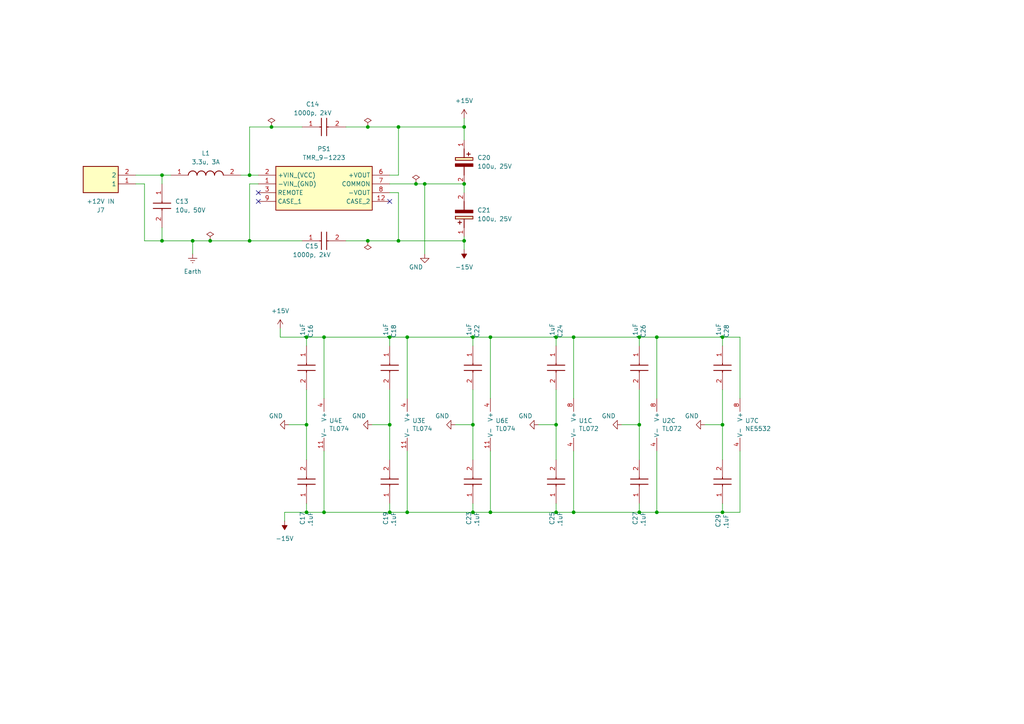
<source format=kicad_sch>
(kicad_sch (version 20250114) (generator "eeschema") (generator_version "9.0")
  (paper "A4")
  (lib_symbols
    (symbol "Amplifier_Operational:NE5532" (pin_names (offset 0.127))
      (property "Reference" "U" (at 0 5.08 0))
      (property "Value" "Amplifier_Operational_NE5532" (at 0 -5.08 0))
      (symbol "NE5532_1_1"
        (polyline (pts (xy -5.08 5.08) (xy 5.08 0) (xy -5.08 -5.08) (xy -5.08 5.08)) (stroke (width 0.254)) (fill (type background)))
        (pin input line (at -7.62 2.54 0) (length 2.54) (name "+") (number "3"))
        (pin input line (at -7.62 -2.54 0) (length 2.54) (name "-") (number "2"))
        (pin output line (at 7.62 0 180) (length 2.54) (name "~") (number "1"))
      )
      (symbol "NE5532_2_1"
        (polyline (pts (xy -5.08 5.08) (xy 5.08 0) (xy -5.08 -5.08) (xy -5.08 5.08)) (stroke (width 0.254)) (fill (type background)))
        (pin input line (at -7.62 2.54 0) (length 2.54) (name "+") (number "5"))
        (pin input line (at -7.62 -2.54 0) (length 2.54) (name "-") (number "6"))
        (pin output line (at 7.62 0 180) (length 2.54) (name "~") (number "7"))
      )
      (symbol "NE5532_3_1"
        (pin power_in line (at -2.54 7.62 270) (length 3.81) (name "V+") (number "8"))
        (pin power_in line (at -2.54 -7.62 90) (length 3.81) (name "V-") (number "4"))
      )
    )
    (symbol "Amplifier_Operational:TL072" (pin_names (offset 0.127))
      (property "Reference" "U" (at 0 5.08 0))
      (property "Value" "Amplifier_Operational_TL072" (at 0 -5.08 0))
      (symbol "TL072_1_1"
        (polyline (pts (xy -5.08 5.08) (xy 5.08 0) (xy -5.08 -5.08) (xy -5.08 5.08)) (stroke (width 0.254)) (fill (type background)))
        (pin input line (at -7.62 2.54 0) (length 2.54) (name "+") (number "3"))
        (pin input line (at -7.62 -2.54 0) (length 2.54) (name "-") (number "2"))
        (pin output line (at 7.62 0 180) (length 2.54) (name "~") (number "1"))
      )
      (symbol "TL072_2_1"
        (polyline (pts (xy -5.08 5.08) (xy 5.08 0) (xy -5.08 -5.08) (xy -5.08 5.08)) (stroke (width 0.254)) (fill (type background)))
        (pin input line (at -7.62 2.54 0) (length 2.54) (name "+") (number "5"))
        (pin input line (at -7.62 -2.54 0) (length 2.54) (name "-") (number "6"))
        (pin output line (at 7.62 0 180) (length 2.54) (name "~") (number "7"))
      )
      (symbol "TL072_3_1"
        (pin power_in line (at -2.54 7.62 270) (length 3.81) (name "V+") (number "8"))
        (pin power_in line (at -2.54 -7.62 90) (length 3.81) (name "V-") (number "4"))
      )
    )
    (symbol "Amplifier_Operational:TL074" (pin_names (offset 0.127))
      (property "Reference" "U" (at 0 5.08 0))
      (property "Value" "Amplifier_Operational_TL074" (at 0 -5.08 0))
      (symbol "TL074_1_1"
        (polyline (pts (xy -5.08 5.08) (xy 5.08 0) (xy -5.08 -5.08) (xy -5.08 5.08)) (stroke (width 0.254)) (fill (type background)))
        (pin input line (at -7.62 2.54 0) (length 2.54) (name "+") (number "3"))
        (pin input line (at -7.62 -2.54 0) (length 2.54) (name "-") (number "2"))
        (pin output line (at 7.62 0 180) (length 2.54) (name "~") (number "1"))
      )
      (symbol "TL074_2_1"
        (polyline (pts (xy -5.08 5.08) (xy 5.08 0) (xy -5.08 -5.08) (xy -5.08 5.08)) (stroke (width 0.254)) (fill (type background)))
        (pin input line (at -7.62 2.54 0) (length 2.54) (name "+") (number "5"))
        (pin input line (at -7.62 -2.54 0) (length 2.54) (name "-") (number "6"))
        (pin output line (at 7.62 0 180) (length 2.54) (name "~") (number "7"))
      )
      (symbol "TL074_3_1"
        (polyline (pts (xy -5.08 5.08) (xy 5.08 0) (xy -5.08 -5.08) (xy -5.08 5.08)) (stroke (width 0.254)) (fill (type background)))
        (pin input line (at -7.62 2.54 0) (length 2.54) (name "+") (number "10"))
        (pin input line (at -7.62 -2.54 0) (length 2.54) (name "-") (number "9"))
        (pin output line (at 7.62 0 180) (length 2.54) (name "~") (number "8"))
      )
      (symbol "TL074_4_1"
        (polyline (pts (xy -5.08 5.08) (xy 5.08 0) (xy -5.08 -5.08) (xy -5.08 5.08)) (stroke (width 0.254)) (fill (type background)))
        (pin input line (at -7.62 2.54 0) (length 2.54) (name "+") (number "12"))
        (pin input line (at -7.62 -2.54 0) (length 2.54) (name "-") (number "13"))
        (pin output line (at 7.62 0 180) (length 2.54) (name "~") (number "14"))
      )
      (symbol "TL074_5_1"
        (pin power_in line (at -2.54 7.62 270) (length 3.81) (name "V+") (number "4"))
        (pin power_in line (at -2.54 -7.62 90) (length 3.81) (name "V-") (number "11"))
      )
    )
    (symbol "PWR_FLAG_1" (power) (pin_numbers (hide yes)) (pin_names (offset 0) (hide yes))
      (property "Value" "PWR_FLAG" (at 0 3.81 0))
      (symbol "PWR_FLAG_1_0_0"
        (pin power_out line (at 0 0 90) (length 0) (name "~") (number "1"))
      )
      (symbol "PWR_FLAG_1_0_1"
        (polyline (pts (xy 0 0) (xy 0 1.27) (xy -1.016 1.905) (xy 0 2.54) (xy 1.016 1.905) (xy 0 1.27)))
      )
    )
    (symbol "customlib:640456-2"
      (property "Reference" "J" (at 16.51 7.62 0))
      (property "Value" "640456-2" (at 16.51 5.08 0))
      (symbol "640456-2_1_1"
        (rectangle (start 5.08 2.54) (end 15.24 -5.08) (stroke (width 0.254)) (fill (type background)))
        (pin passive line (at 0 0 0) (length 5.08) (name "1") (number "1"))
        (pin passive line (at 0 -2.54 0) (length 5.08) (name "2") (number "2"))
      )
    )
    (symbol "customlib:C0805C104K1RACTU" (pin_names (hide yes))
      (property "Reference" "C" (at 8.89 6.35 0))
      (property "Value" "C0805C104K1RACTU" (at 8.89 3.81 0))
      (symbol "C0805C104K1RACTU_1_1"
        (polyline (pts (xy 5.08 0) (xy 5.588 0)) (stroke (width 0.254)))
        (polyline (pts (xy 5.588 2.54) (xy 5.588 -2.54)) (stroke (width 0.254)))
        (polyline (pts (xy 7.112 2.54) (xy 7.112 -2.54)) (stroke (width 0.254)))
        (polyline (pts (xy 7.112 0) (xy 7.62 0)) (stroke (width 0.254)))
        (pin passive line (at 0 0 0) (length 5.08) (name "1") (number "1"))
        (pin passive line (at 12.7 0 180) (length 5.08) (name "2") (number "2"))
      )
    )
    (symbol "customlib:C1206C102JGRACTU" (pin_names (hide yes))
      (property "Reference" "C" (at 8.89 6.35 0))
      (property "Value" "C1206C102JGRACTU" (at 8.89 3.81 0))
      (symbol "C1206C102JGRACTU_1_1"
        (polyline (pts (xy 5.08 0) (xy 5.588 0)) (stroke (width 0.254)))
        (polyline (pts (xy 5.588 2.54) (xy 5.588 -2.54)) (stroke (width 0.254)))
        (polyline (pts (xy 7.112 2.54) (xy 7.112 -2.54)) (stroke (width 0.254)))
        (polyline (pts (xy 7.112 0) (xy 7.62 0)) (stroke (width 0.254)))
        (pin passive line (at 0 0 0) (length 5.08) (name "1") (number "1"))
        (pin passive line (at 12.7 0 180) (length 5.08) (name "2") (number "2"))
      )
    )
    (symbol "customlib:C1210C106M5RACTU" (pin_names (hide yes))
      (property "Reference" "C" (at 8.89 6.35 0))
      (property "Value" "C1210C106M5RACTU" (at 8.89 3.81 0))
      (symbol "C1210C106M5RACTU_1_1"
        (polyline (pts (xy 5.08 0) (xy 5.588 0)) (stroke (width 0.254)))
        (polyline (pts (xy 5.588 2.54) (xy 5.588 -2.54)) (stroke (width 0.254)))
        (polyline (pts (xy 7.112 2.54) (xy 7.112 -2.54)) (stroke (width 0.254)))
        (polyline (pts (xy 7.112 0) (xy 7.62 0)) (stroke (width 0.254)))
        (pin passive line (at 0 0 0) (length 5.08) (name "1") (number "1"))
        (pin passive line (at 12.7 0 180) (length 5.08) (name "2") (number "2"))
      )
    )
    (symbol "customlib:RES0611101M025B" (pin_names (hide yes))
      (property "Reference" "C" (at 8.89 6.35 0))
      (property "Value" "RES0611101M025B" (at 8.89 3.81 0))
      (symbol "RES0611101M025B_1_1"
        (polyline (pts (xy 2.54 0) (xy 5.08 0)) (stroke (width 0.254)))
        (polyline (pts (xy 4.064 1.778) (xy 4.064 0.762)) (stroke (width 0.254)))
        (polyline (pts (xy 4.572 1.27) (xy 3.556 1.27)) (stroke (width 0.254)))
        (rectangle (start 5.08 2.54) (end 5.842 -2.54) (stroke (width 0.254)) (fill (type background)))
        (polyline (pts (xy 7.62 2.54) (xy 7.62 -2.54) (xy 6.858 -2.54) (xy 6.858 2.54) (xy 7.62 2.54)) (stroke (width 0.254)) (fill (type outline)))
        (polyline (pts (xy 7.62 0) (xy 10.16 0)) (stroke (width 0.254)))
        (pin passive line (at 0 0 0) (length 2.54) (name "+") (number "1"))
        (pin passive line (at 12.7 0 180) (length 2.54) (name "-") (number "2"))
      )
    )
    (symbol "customlib:TCK-108" (pin_names (hide yes))
      (property "Reference" "L" (at 16.51 6.35 0))
      (property "Value" "TCK-108" (at 16.51 3.81 0))
      (symbol "TCK-108_1_1"
        (arc (start 5.08 0) (mid 6.35 1.219) (end 7.62 0) (stroke (width 0.254)))
        (arc (start 7.62 0) (mid 8.89 1.219) (end 10.16 0) (stroke (width 0.254)))
        (arc (start 10.16 0) (mid 11.43 1.219) (end 12.7 0) (stroke (width 0.254)))
        (arc (start 12.7 0) (mid 13.97 1.219) (end 15.24 0) (stroke (width 0.254)))
        (pin passive line (at 0 0 0) (length 5.08) (name "1") (number "1"))
        (pin passive line (at 20.32 0 180) (length 5.08) (name "2") (number "2"))
      )
    )
    (symbol "customlib:TMR_9-1223"
      (property "Reference" "PS1" (at 19.05 7.62 0))
      (property "Value" "TMR_9-1223" (at 19.05 5.08 0))
      (symbol "TMR_9-1223_1_1"
        (rectangle (start 5.08 2.54) (end 33.02 -10.16) (stroke (width 0.254)) (fill (type background)))
        (pin passive line (at 0 0 0) (length 5.08) (name "+VIN_(VCC)") (number "2"))
        (pin passive line (at 0 -2.54 0) (length 5.08) (name "-VIN_(GND)") (number "1"))
        (pin passive line (at 0 -5.08 0) (length 5.08) (name "REMOTE") (number "3"))
        (pin passive line (at 0 -7.62 0) (length 5.08) (name "CASE_1") (number "9"))
        (pin passive line (at 38.1 0 180) (length 5.08) (name "+VOUT") (number "6"))
        (pin passive line (at 38.1 -2.54 180) (length 5.08) (name "COMMON") (number "7"))
        (pin passive line (at 38.1 -5.08 180) (length 5.08) (name "-VOUT") (number "8"))
        (pin passive line (at 38.1 -7.62 180) (length 5.08) (name "CASE_2") (number "12"))
      )
    )
    (symbol "power:+15V" (power) (pin_numbers (hide yes)) (pin_names (offset 0) (hide yes))
      (property "Value" "+15V" (at 0 3.556 0))
      (symbol "+15V_0_1"
        (polyline (pts (xy -0.762 1.27) (xy 0 2.54)))
        (polyline (pts (xy 0 2.54) (xy 0.762 1.27)))
        (polyline (pts (xy 0 0) (xy 0 2.54)))
      )
      (symbol "+15V_1_1"
        (pin power_in line (at 0 0 90) (length 0) (name "~") (number "1"))
      )
    )
    (symbol "power:-15V" (power) (pin_numbers (hide yes)) (pin_names (offset 0) (hide yes))
      (property "Value" "-15V" (at 0 3.556 0))
      (symbol "-15V_0_0"
        (pin power_in line (at 0 0 90) (length 0) (name "~") (number "1"))
      )
      (symbol "-15V_0_1"
        (polyline (pts (xy 0 0) (xy 0 1.27) (xy 0.762 1.27) (xy 0 2.54) (xy -0.762 1.27) (xy 0 1.27)) (fill (type outline)))
      )
    )
    (symbol "power:Earth" (power) (pin_numbers (hide yes)) (pin_names (offset 0) (hide yes))
      (property "Value" "Earth" (at 0 -3.81 0))
      (symbol "Earth_0_1"
        (polyline (pts (xy -0.635 -1.905) (xy 0.635 -1.905)))
        (polyline (pts (xy -0.127 -2.54) (xy 0.127 -2.54)))
        (polyline (pts (xy 0 -1.27) (xy 0 0)))
        (polyline (pts (xy 1.27 -1.27) (xy -1.27 -1.27)))
      )
      (symbol "Earth_1_1"
        (pin power_in line (at 0 0 270) (length 0) (name "~") (number "1"))
      )
    )
    (symbol "power:GND" (power) (pin_names (offset 0))
      (property "Value" "power_GND" (at 0 -3.81 0))
      (symbol "GND_0_1"
        (polyline (pts (xy 0 0) (xy 0 -1.27) (xy 1.27 -1.27) (xy 0 -2.54) (xy -1.27 -1.27) (xy 0 -1.27)))
      )
      (symbol "GND_1_1"
        (pin power_in line (at 0 0 270) (length 0) (hide yes) (name "GND") (number "1"))
      )
    )
    (symbol "power:PWR_FLAG" (power) (pin_numbers (hide yes)) (pin_names (offset 0) (hide yes))
      (property "Value" "power_PWR_FLAG" (at 0 3.81 0))
      (symbol "PWR_FLAG_0_0"
        (pin power_out line (at 0 0 90) (length 0) (name "pwr") (number "1"))
      )
      (symbol "PWR_FLAG_0_1"
        (polyline (pts (xy 0 0) (xy 0 1.27) (xy -1.016 1.905) (xy 0 2.54) (xy 1.016 1.905) (xy 0 1.27)))
      )
    )
  )
  (junction (at 137.16 123.19))
  (junction (at 137.16 148.59))
  (junction (at 137.16 97.79))
  (junction (at 93.98 97.79))
  (junction (at 142.24 97.79))
  (junction (at 106.68 69.85))
  (junction (at 190.5 148.59))
  (junction (at 142.24 148.59))
  (junction (at 46.99 50.8))
  (junction (at 113.03 123.19))
  (junction (at 209.55 97.79))
  (junction (at 123.19 53.34))
  (junction (at 161.29 148.59))
  (junction (at 120.65 53.34))
  (junction (at 106.68 36.83))
  (junction (at 161.29 97.79))
  (junction (at 134.62 69.85))
  (junction (at 72.39 69.85))
  (junction (at 185.42 123.19))
  (junction (at 115.57 69.85))
  (junction (at 185.42 148.59))
  (junction (at 60.96 69.85))
  (junction (at 161.29 123.19))
  (junction (at 185.42 97.79))
  (junction (at 166.37 148.59))
  (junction (at 134.62 36.83))
  (junction (at 78.74 36.83))
  (junction (at 46.99 69.85))
  (junction (at 190.5 97.79))
  (junction (at 93.98 148.59))
  (junction (at 88.9 123.19))
  (junction (at 134.62 53.34))
  (junction (at 118.11 148.59))
  (junction (at 209.55 148.59))
  (junction (at 118.11 97.79))
  (junction (at 166.37 97.79))
  (junction (at 88.9 97.79))
  (junction (at 115.57 36.83))
  (junction (at 113.03 148.59))
  (junction (at 209.55 123.19))
  (junction (at 72.39 50.8))
  (junction (at 55.88 69.85))
  (junction (at 88.9 148.59))
  (junction (at 113.03 97.79))
  (no_connect (at 113.03 58.42))
  (no_connect (at 74.93 55.88))
  (no_connect (at 74.93 58.42))
  (wire (pts (xy 180.34 123.19) (xy 185.42 123.19)))
  (wire (pts (xy 115.57 69.85) (xy 115.57 55.88)))
  (wire (pts (xy 72.39 36.83) (xy 72.39 50.8)))
  (wire (pts (xy 69.85 50.8) (xy 72.39 50.8)))
  (wire (pts (xy 142.24 130.81) (xy 142.24 148.59)))
  (wire (pts (xy 88.9 97.79) (xy 93.98 97.79)))
  (wire (pts (xy 185.42 123.19) (xy 185.42 133.35)))
  (wire (pts (xy 161.29 146.05) (xy 161.29 148.59)))
  (wire (pts (xy 78.74 36.83) (xy 87.63 36.83)))
  (wire (pts (xy 132.08 123.19) (xy 137.16 123.19)))
  (wire (pts (xy 137.16 146.05) (xy 137.16 148.59)))
  (wire (pts (xy 55.88 69.85) (xy 55.88 73.66)))
  (wire (pts (xy 100.33 36.83) (xy 106.68 36.83)))
  (wire (pts (xy 115.57 36.83) (xy 134.62 36.83)))
  (wire (pts (xy 142.24 97.79) (xy 142.24 115.57)))
  (wire (pts (xy 190.5 97.79) (xy 190.5 115.57)))
  (wire (pts (xy 115.57 69.85) (xy 134.62 69.85)))
  (wire (pts (xy 88.9 123.19) (xy 88.9 133.35)))
  (wire (pts (xy 46.99 69.85) (xy 55.88 69.85)))
  (wire (pts (xy 137.16 97.79) (xy 142.24 97.79)))
  (wire (pts (xy 93.98 148.59) (xy 113.03 148.59)))
  (wire (pts (xy 209.55 146.05) (xy 209.55 148.59)))
  (wire (pts (xy 120.65 53.34) (xy 123.19 53.34)))
  (wire (pts (xy 93.98 97.79) (xy 93.98 115.57)))
  (wire (pts (xy 113.03 97.79) (xy 113.03 100.33)))
  (wire (pts (xy 204.47 123.19) (xy 209.55 123.19)))
  (wire (pts (xy 60.96 69.85) (xy 72.39 69.85)))
  (wire (pts (xy 137.16 113.03) (xy 137.16 123.19)))
  (wire (pts (xy 88.9 146.05) (xy 88.9 148.59)))
  (wire (pts (xy 118.11 97.79) (xy 118.11 115.57)))
  (wire (pts (xy 100.33 69.85) (xy 106.68 69.85)))
  (wire (pts (xy 88.9 97.79) (xy 88.9 100.33)))
  (wire (pts (xy 41.91 69.85) (xy 46.99 69.85)))
  (wire (pts (xy 106.68 69.85) (xy 115.57 69.85)))
  (wire (pts (xy 118.11 130.81) (xy 118.11 148.59)))
  (wire (pts (xy 46.99 66.04) (xy 46.99 69.85)))
  (wire (pts (xy 106.68 36.83) (xy 115.57 36.83)))
  (wire (pts (xy 209.55 148.59) (xy 214.63 148.59)))
  (wire (pts (xy 74.93 53.34) (xy 72.39 53.34)))
  (wire (pts (xy 161.29 97.79) (xy 166.37 97.79)))
  (wire (pts (xy 113.03 53.34) (xy 120.65 53.34)))
  (wire (pts (xy 118.11 148.59) (xy 137.16 148.59)))
  (wire (pts (xy 88.9 113.03) (xy 88.9 123.19)))
  (wire (pts (xy 209.55 113.03) (xy 209.55 123.19)))
  (wire (pts (xy 185.42 113.03) (xy 185.42 123.19)))
  (wire (pts (xy 190.5 130.81) (xy 190.5 148.59)))
  (wire (pts (xy 161.29 113.03) (xy 161.29 123.19)))
  (wire (pts (xy 161.29 123.19) (xy 156.21 123.19)))
  (wire (pts (xy 39.37 53.34) (xy 41.91 53.34)))
  (wire (pts (xy 166.37 97.79) (xy 166.37 115.57)))
  (wire (pts (xy 46.99 50.8) (xy 46.99 53.34)))
  (wire (pts (xy 46.99 50.8) (xy 49.53 50.8)))
  (wire (pts (xy 113.03 123.19) (xy 113.03 133.35)))
  (wire (pts (xy 166.37 148.59) (xy 185.42 148.59)))
  (wire (pts (xy 134.62 53.34) (xy 134.62 55.88)))
  (wire (pts (xy 185.42 97.79) (xy 190.5 97.79)))
  (wire (pts (xy 161.29 123.19) (xy 161.29 133.35)))
  (wire (pts (xy 88.9 97.79) (xy 81.28 97.79)))
  (wire (pts (xy 134.62 69.85) (xy 134.62 68.58)))
  (wire (pts (xy 134.62 34.29) (xy 134.62 36.83)))
  (wire (pts (xy 134.62 36.83) (xy 134.62 40.64)))
  (wire (pts (xy 82.55 148.59) (xy 82.55 151.13)))
  (wire (pts (xy 113.03 97.79) (xy 118.11 97.79)))
  (wire (pts (xy 115.57 50.8) (xy 113.03 50.8)))
  (wire (pts (xy 185.42 148.59) (xy 190.5 148.59)))
  (wire (pts (xy 214.63 97.79) (xy 214.63 115.57)))
  (wire (pts (xy 88.9 148.59) (xy 82.55 148.59)))
  (wire (pts (xy 72.39 69.85) (xy 87.63 69.85)))
  (wire (pts (xy 142.24 97.79) (xy 161.29 97.79)))
  (wire (pts (xy 134.62 69.85) (xy 134.62 72.39)))
  (wire (pts (xy 83.82 123.19) (xy 88.9 123.19)))
  (wire (pts (xy 166.37 97.79) (xy 185.42 97.79)))
  (wire (pts (xy 209.55 97.79) (xy 209.55 100.33)))
  (wire (pts (xy 81.28 97.79) (xy 81.28 95.25)))
  (wire (pts (xy 190.5 97.79) (xy 209.55 97.79)))
  (wire (pts (xy 93.98 130.81) (xy 93.98 148.59)))
  (wire (pts (xy 88.9 148.59) (xy 93.98 148.59)))
  (wire (pts (xy 118.11 97.79) (xy 137.16 97.79)))
  (wire (pts (xy 185.42 97.79) (xy 185.42 100.33)))
  (wire (pts (xy 55.88 69.85) (xy 60.96 69.85)))
  (wire (pts (xy 123.19 53.34) (xy 123.19 73.66)))
  (wire (pts (xy 107.95 123.19) (xy 113.03 123.19)))
  (wire (pts (xy 123.19 53.34) (xy 134.62 53.34)))
  (wire (pts (xy 39.37 50.8) (xy 46.99 50.8)))
  (wire (pts (xy 137.16 148.59) (xy 142.24 148.59)))
  (wire (pts (xy 113.03 148.59) (xy 118.11 148.59)))
  (wire (pts (xy 185.42 146.05) (xy 185.42 148.59)))
  (wire (pts (xy 137.16 123.19) (xy 137.16 133.35)))
  (wire (pts (xy 209.55 123.19) (xy 209.55 133.35)))
  (wire (pts (xy 113.03 113.03) (xy 113.03 123.19)))
  (wire (pts (xy 72.39 36.83) (xy 78.74 36.83)))
  (wire (pts (xy 113.03 146.05) (xy 113.03 148.59)))
  (wire (pts (xy 142.24 148.59) (xy 161.29 148.59)))
  (wire (pts (xy 72.39 50.8) (xy 74.93 50.8)))
  (wire (pts (xy 161.29 97.79) (xy 161.29 100.33)))
  (wire (pts (xy 166.37 130.81) (xy 166.37 148.59)))
  (wire (pts (xy 72.39 53.34) (xy 72.39 69.85)))
  (wire (pts (xy 115.57 55.88) (xy 113.03 55.88)))
  (wire (pts (xy 214.63 130.81) (xy 214.63 148.59)))
  (wire (pts (xy 137.16 97.79) (xy 137.16 100.33)))
  (wire (pts (xy 93.98 97.79) (xy 113.03 97.79)))
  (wire (pts (xy 190.5 148.59) (xy 209.55 148.59)))
  (wire (pts (xy 41.91 53.34) (xy 41.91 69.85)))
  (wire (pts (xy 209.55 97.79) (xy 214.63 97.79)))
  (wire (pts (xy 115.57 36.83) (xy 115.57 50.8)))
  (wire (pts (xy 161.29 148.59) (xy 166.37 148.59)))
  (symbol (lib_id "power:PWR_FLAG") (at 106.68 36.83 0) (unit 1)
    (property "Reference" "#FLG03" (effects (hide yes)))
    (property "Value" "PWR_FLAG" (effects (hide yes)))
  )
  (symbol (lib_id "power:PWR_FLAG") (at 106.68 69.85 180) (unit 1)
    (property "Reference" "#FLG04" (effects (hide yes)))
    (property "Value" "PWR_FLAG" (effects (hide yes)))
  )
  (symbol (lib_id "power:-15V") (at 82.55 151.13 180) (unit 1)
    (property "Reference" "#PWR034" (effects (hide yes)))
    (property "Value" "-15V" (at 82.55 156.21 0))
    (property "Description" "Power symbol creates a global label with name \"-15V\"" (effects (hide yes)))
  )
  (symbol (lib_id "customlib:C0805C104K1RACTU") (at 161.29 100.33 90) (mirror x) (unit 1)
    (property "Reference" "C24" (at 162.4584 97.9932 0) (effects (justify right)))
    (property "Value" ".1uF" (at 160.147 97.9932 0) (effects (justify right)))
    (property "Footprint" "customlib:C0805" (effects (hide yes)))
    (property "Datasheet" "https://content.kemet.com/datasheets/KEM_C1002_X7R_SMD.pdf" (effects (hide yes)))
    (property "Description" "SMD Comm X7R, Ceramic, 0.1 uF, 10%, 100 VDC, 250 VDC, 125C, -55C, X7R, SMD, MLCC, Temperature Stable, Class II, 2.5 % , 10 GOhms, 16 mg, 0805, 2mm, 1.25mm, 1mm, 0.75mm, 0.5mm, 2500, 78  Weeks, 80" (effects (hide yes)))
    (property "Height" "1.1" (effects (hide yes)))
    (property "Mouser Part Number" "80-C0805C104K1R" (effects (hide yes)))
    (property "Mouser Price/Stock" "https://www.mouser.co.uk/ProductDetail/KEMET/C0805C104K1RACTU?qs=%252BnQd%252BVdkwTpk7hSy9esUqA%3D%3D" (effects (hide yes)))
    (property "Manufacturer_Name" "KEMET" (effects (hide yes)))
    (property "Manufacturer_Part_Number" "C0805C104K1RACTU" (effects (hide yes)))
  )
  (symbol (lib_id "Amplifier_Operational:TL074") (at 144.78 123.19 0) (unit 5)
    (property "Reference" "U6" (at 143.7132 122.0216 0) (effects (justify left)))
    (property "Value" "TL074" (at 143.7132 124.333 0) (effects (justify left)))
    (property "Footprint" "Package_DIP:DIP-14_W7.62mm_Socket" (effects (hide yes)))
    (property "Datasheet" "http://www.ti.com/lit/ds/symlink/tl071.pdf" (effects (hide yes)))
  )
  (symbol (lib_id "customlib:C0805C104K1RACTU") (at 209.55 100.33 90) (mirror x) (unit 1)
    (property "Reference" "C28" (at 210.7184 97.9932 0) (effects (justify right)))
    (property "Value" ".1uF" (at 208.407 97.9932 0) (effects (justify right)))
    (property "Footprint" "customlib:C0805" (effects (hide yes)))
    (property "Datasheet" "https://content.kemet.com/datasheets/KEM_C1002_X7R_SMD.pdf" (effects (hide yes)))
    (property "Description" "SMD Comm X7R, Ceramic, 0.1 uF, 10%, 100 VDC, 250 VDC, 125C, -55C, X7R, SMD, MLCC, Temperature Stable, Class II, 2.5 % , 10 GOhms, 16 mg, 0805, 2mm, 1.25mm, 1mm, 0.75mm, 0.5mm, 2500, 78  Weeks, 80" (effects (hide yes)))
    (property "Height" "1.1" (effects (hide yes)))
    (property "Mouser Part Number" "80-C0805C104K1R" (effects (hide yes)))
    (property "Mouser Price/Stock" "https://www.mouser.co.uk/ProductDetail/KEMET/C0805C104K1RACTU?qs=%252BnQd%252BVdkwTpk7hSy9esUqA%3D%3D" (effects (hide yes)))
    (property "Manufacturer_Name" "KEMET" (effects (hide yes)))
    (property "Manufacturer_Part_Number" "C0805C104K1RACTU" (effects (hide yes)))
  )
  (symbol (lib_id "power:Earth") (at 55.88 73.66 0) (unit 1)
    (property "Reference" "#PWR032" (effects (hide yes)))
    (property "Value" "Earth" (at 55.88 78.74 0))
    (property "Description" "Power symbol creates a global label with name \"Earth\"" (effects (hide yes)))
  )
  (symbol (lib_id "customlib:C0805C104K1RACTU") (at 137.16 146.05 270) (mirror x) (unit 1)
    (property "Reference" "C23" (at 135.9916 148.3868 0) (effects (justify right)))
    (property "Value" ".1uF" (at 138.303 148.3868 0) (effects (justify right)))
    (property "Footprint" "customlib:C0805" (effects (hide yes)))
    (property "Datasheet" "https://content.kemet.com/datasheets/KEM_C1002_X7R_SMD.pdf" (effects (hide yes)))
    (property "Description" "SMD Comm X7R, Ceramic, 0.1 uF, 10%, 100 VDC, 250 VDC, 125C, -55C, X7R, SMD, MLCC, Temperature Stable, Class II, 2.5 % , 10 GOhms, 16 mg, 0805, 2mm, 1.25mm, 1mm, 0.75mm, 0.5mm, 2500, 78  Weeks, 80" (effects (hide yes)))
    (property "Height" "1.1" (effects (hide yes)))
    (property "Mouser Part Number" "80-C0805C104K1R" (effects (hide yes)))
    (property "Mouser Price/Stock" "https://www.mouser.co.uk/ProductDetail/KEMET/C0805C104K1RACTU?qs=%252BnQd%252BVdkwTpk7hSy9esUqA%3D%3D" (effects (hide yes)))
    (property "Manufacturer_Name" "KEMET" (effects (hide yes)))
    (property "Manufacturer_Part_Number" "C0805C104K1RACTU" (effects (hide yes)))
  )
  (symbol (lib_id "Amplifier_Operational:TL072") (at 168.91 123.19 0) (unit 3)
    (property "Reference" "U1" (at 167.8432 122.0216 0) (effects (justify left)))
    (property "Value" "TL072" (at 167.8432 124.333 0) (effects (justify left)))
    (property "Footprint" "Package_DIP:DIP-8_W7.62mm_Socket" (effects (hide yes)))
    (property "Datasheet" "http://www.ti.com/lit/ds/symlink/tl071.pdf" (effects (hide yes)))
  )
  (symbol (lib_id "customlib:RES0611101M025B") (at 134.62 40.64 270) (unit 1)
    (property "Reference" "C20" (at 138.43 45.7199 90) (effects (justify left)))
    (property "Value" "100u, 25V" (at 138.43 48.2599 90) (effects (justify left)))
    (property "Footprint" "customlib:CAPPRD250W55D630H1350" (effects (hide yes)))
    (property "Datasheet" "https://mm.digikey.com/Volume0/opasdata/d220001/medias/docus/5731/RES%20Series.pdf" (effects (hide yes)))
    (property "Description" "Aluminum Electrolytic Capacitors - Radial Leaded 25V 100uF 0611 20% . 210ohm 350mA" (effects (hide yes)))
    (property "Height" "13.5" (effects (hide yes)))
    (property "Mouser Part Number" "581-RES0611101M025B" (effects (hide yes)))
    (property "Mouser Price/Stock" "https://www.mouser.co.uk/ProductDetail/KYOCERA-AVX/RES0611101M025B?qs=17ckDYBRdemZu0%2FJY%2F8Dbw%3D%3D" (effects (hide yes)))
    (property "Manufacturer_Name" "Kyocera AVX" (effects (hide yes)))
    (property "Manufacturer_Part_Number" "RES0611101M025B" (effects (hide yes)))
  )
  (symbol (lib_id "power:GND") (at 156.21 123.19 270) (unit 1)
    (property "Reference" "#PWR041" (effects (hide yes)))
    (property "Value" "GND" (at 152.4 120.65 90))
  )
  (symbol (lib_id "customlib:C0805C104K1RACTU") (at 113.03 100.33 90) (mirror x) (unit 1)
    (property "Reference" "C18" (at 114.1984 97.9932 0) (effects (justify right)))
    (property "Value" ".1uF" (at 111.887 97.9932 0) (effects (justify right)))
    (property "Footprint" "customlib:C0805" (effects (hide yes)))
    (property "Datasheet" "https://content.kemet.com/datasheets/KEM_C1002_X7R_SMD.pdf" (effects (hide yes)))
    (property "Description" "SMD Comm X7R, Ceramic, 0.1 uF, 10%, 100 VDC, 250 VDC, 125C, -55C, X7R, SMD, MLCC, Temperature Stable, Class II, 2.5 % , 10 GOhms, 16 mg, 0805, 2mm, 1.25mm, 1mm, 0.75mm, 0.5mm, 2500, 78  Weeks, 80" (effects (hide yes)))
    (property "Height" "1.1" (effects (hide yes)))
    (property "Mouser Part Number" "80-C0805C104K1R" (effects (hide yes)))
    (property "Mouser Price/Stock" "https://www.mouser.co.uk/ProductDetail/KEMET/C0805C104K1RACTU?qs=%252BnQd%252BVdkwTpk7hSy9esUqA%3D%3D" (effects (hide yes)))
    (property "Manufacturer_Name" "KEMET" (effects (hide yes)))
    (property "Manufacturer_Part_Number" "C0805C104K1RACTU" (effects (hide yes)))
  )
  (symbol (lib_id "power:GND") (at 204.47 123.19 270) (unit 1)
    (property "Reference" "#PWR043" (effects (hide yes)))
    (property "Value" "GND" (at 200.66 120.65 90))
  )
  (symbol (lib_id "customlib:C0805C104K1RACTU") (at 209.55 146.05 270) (mirror x) (unit 1)
    (property "Reference" "C29" (at 208.28 149.098 0) (effects (justify right)))
    (property "Value" ".1uF" (at 210.5914 149.098 0) (effects (justify right)))
    (property "Footprint" "customlib:C0805" (effects (hide yes)))
    (property "Datasheet" "https://content.kemet.com/datasheets/KEM_C1002_X7R_SMD.pdf" (effects (hide yes)))
    (property "Description" "SMD Comm X7R, Ceramic, 0.1 uF, 10%, 100 VDC, 250 VDC, 125C, -55C, X7R, SMD, MLCC, Temperature Stable, Class II, 2.5 % , 10 GOhms, 16 mg, 0805, 2mm, 1.25mm, 1mm, 0.75mm, 0.5mm, 2500, 78  Weeks, 80" (effects (hide yes)))
    (property "Height" "1.1" (effects (hide yes)))
    (property "Mouser Part Number" "80-C0805C104K1R" (effects (hide yes)))
    (property "Mouser Price/Stock" "https://www.mouser.co.uk/ProductDetail/KEMET/C0805C104K1RACTU?qs=%252BnQd%252BVdkwTpk7hSy9esUqA%3D%3D" (effects (hide yes)))
    (property "Manufacturer_Name" "KEMET" (effects (hide yes)))
    (property "Manufacturer_Part_Number" "C0805C104K1RACTU" (effects (hide yes)))
  )
  (symbol (lib_id "customlib:TMR_9-1223") (at 74.93 50.8 0) (unit 1)
    (property "Reference" "PS1" (at 93.98 43.18 0))
    (property "Value" "TMR_9-1223" (at 93.98 45.72 0))
    (property "Footprint" "customlib:TMR92411" (effects (hide yes)))
    (property "Datasheet" "https://tracopower.com/tmr9-datasheet/" (effects (hide yes)))
    (property "Description" "9 Watt DC/DC converter, industrial, 2:1 input, regulated, 1600 VDC I/O-isolation, encapsulated, SIP-8 metal case" (effects (hide yes)))
    (property "Height" "11.7" (effects (hide yes)))
    (property "Mouser Part Number" "495-TMR9-1223" (effects (hide yes)))
    (property "Mouser Price/Stock" "https://www.mouser.co.uk/ProductDetail/TRACO-Power/TMR-9-1223?qs=MJt07Qdd3dKdGw0y5JqnGA%3D%3D" (effects (hide yes)))
    (property "Manufacturer_Name" "Traco Power" (effects (hide yes)))
    (property "Manufacturer_Part_Number" "TMR 9-1223" (effects (hide yes)))
  )
  (symbol (lib_id "power:PWR_FLAG") (at 120.65 53.34 0) (unit 1)
    (property "Reference" "#FLG05" (effects (hide yes)))
    (property "Value" "PWR_FLAG" (effects (hide yes)))
  )
  (symbol (lib_id "customlib:C0805C104K1RACTU") (at 185.42 100.33 90) (mirror x) (unit 1)
    (property "Reference" "C26" (at 186.5884 97.9932 0) (effects (justify right)))
    (property "Value" ".1uF" (at 184.277 97.9932 0) (effects (justify right)))
    (property "Footprint" "customlib:C0805" (effects (hide yes)))
    (property "Datasheet" "https://content.kemet.com/datasheets/KEM_C1002_X7R_SMD.pdf" (effects (hide yes)))
    (property "Description" "SMD Comm X7R, Ceramic, 0.1 uF, 10%, 100 VDC, 250 VDC, 125C, -55C, X7R, SMD, MLCC, Temperature Stable, Class II, 2.5 % , 10 GOhms, 16 mg, 0805, 2mm, 1.25mm, 1mm, 0.75mm, 0.5mm, 2500, 78  Weeks, 80" (effects (hide yes)))
    (property "Height" "1.1" (effects (hide yes)))
    (property "Mouser Part Number" "80-C0805C104K1R" (effects (hide yes)))
    (property "Mouser Price/Stock" "https://www.mouser.co.uk/ProductDetail/KEMET/C0805C104K1RACTU?qs=%252BnQd%252BVdkwTpk7hSy9esUqA%3D%3D" (effects (hide yes)))
    (property "Manufacturer_Name" "KEMET" (effects (hide yes)))
    (property "Manufacturer_Part_Number" "C0805C104K1RACTU" (effects (hide yes)))
  )
  (symbol (lib_id "customlib:RES0611101M025B") (at 134.62 68.58 90) (unit 1)
    (property "Reference" "C21" (at 138.43 60.9599 90) (effects (justify right)))
    (property "Value" "100u, 25V" (at 138.43 63.4999 90) (effects (justify right)))
    (property "Footprint" "customlib:CAPPRD250W55D630H1350" (effects (hide yes)))
    (property "Datasheet" "https://mm.digikey.com/Volume0/opasdata/d220001/medias/docus/5731/RES%20Series.pdf" (effects (hide yes)))
    (property "Description" "Aluminum Electrolytic Capacitors - Radial Leaded 25V 100uF 0611 20% . 210ohm 350mA" (effects (hide yes)))
    (property "Height" "13.5" (effects (hide yes)))
    (property "Mouser Part Number" "581-RES0611101M025B" (effects (hide yes)))
    (property "Mouser Price/Stock" "https://www.mouser.co.uk/ProductDetail/KYOCERA-AVX/RES0611101M025B?qs=17ckDYBRdemZu0%2FJY%2F8Dbw%3D%3D" (effects (hide yes)))
    (property "Manufacturer_Name" "Kyocera AVX" (effects (hide yes)))
    (property "Manufacturer_Part_Number" "RES0611101M025B" (effects (hide yes)))
  )
  (symbol (lib_id "customlib:C1210C106M5RACTU") (at 46.99 53.34 270) (unit 1)
    (property "Reference" "C13" (at 50.8 58.4199 90) (effects (justify left)))
    (property "Value" "10u, 50V" (at 50.8 60.9599 90) (effects (justify left)))
    (property "Footprint" "customlib:C1210" (effects (hide yes)))
    (property "Datasheet" "https://content.kemet.com/datasheets/KEM_C1002_X7R_SMD.pdf" (effects (hide yes)))
    (property "Description" "SMD Comm X7R, Ceramic, 10 uF, 20%, 50 VDC, 125 VDC, 125C, -55C, X7R, SMD, MLCC, Temperature Stable, Class II, 5 % , 10 MOhms, 135 mg, 1210, 3.2mm, 2.5mm, 2.5mm, 0.5mm, 1000, 78  Weeks, 80" (effects (hide yes)))
    (property "Mouser Part Number" "80-C1210C106M5R" (effects (hide yes)))
    (property "Mouser Price/Stock" "https://www.mouser.co.uk/ProductDetail/KEMET/C1210C106M5RACTU/?qs=Ay79KZaUeZAZEFHf4u0n7w%3D%3D" (effects (hide yes)))
    (property "Manufacturer_Name" "KEMET" (effects (hide yes)))
    (property "Manufacturer_Part_Number" "C1210C106M5RACTU" (effects (hide yes)))
  )
  (symbol (lib_id "customlib:C1206C102JGRACTU") (at 87.63 69.85 0) (unit 1)
    (property "Reference" "C15" (at 90.424 71.374 0))
    (property "Value" "1000p, 2kV" (at 90.424 73.914 0))
    (property "Footprint" "customlib:C1206" (effects (hide yes)))
    (property "Datasheet" "https://content.kemet.com/datasheets/KEM_C1010_X7R_HV_SMD.pdf" (effects (hide yes)))
    (property "Description" "SMD Comm X7R HV, Ceramic, 1000 pF, 5%, 2000 VDC, 2400 VDC, 125C, -55C, X7R, SMD, MLCC, High Voltage, Temperature Stable, 2.5 % , 100 GOhms, 31 mg, 1206, 3.2mm, 1.6mm, 1.2mm, 0.5mm, 2500, 78  Weeks, 80" (effects (hide yes)))
    (property "Mouser Part Number" "80-C1206C102JGR" (effects (hide yes)))
    (property "Mouser Price/Stock" "https://www.mouser.co.uk/ProductDetail/KEMET/C1206C102JGRACTU?qs=NTAB53G5bVA%2F6XgtItIYGg%3D%3D" (effects (hide yes)))
    (property "Manufacturer_Name" "KEMET" (effects (hide yes)))
    (property "Manufacturer_Part_Number" "C1206C102JGRACTU" (effects (hide yes)))
  )
  (symbol (lib_id "customlib:C1206C102JGRACTU") (at 87.63 36.83 0) (unit 1)
    (property "Reference" "C14" (at 90.678 30.226 0))
    (property "Value" "1000p, 2kV" (at 90.678 32.766 0))
    (property "Footprint" "customlib:C1206" (effects (hide yes)))
    (property "Datasheet" "https://content.kemet.com/datasheets/KEM_C1010_X7R_HV_SMD.pdf" (effects (hide yes)))
    (property "Description" "SMD Comm X7R HV, Ceramic, 1000 pF, 5%, 2000 VDC, 2400 VDC, 125C, -55C, X7R, SMD, MLCC, High Voltage, Temperature Stable, 2.5 % , 100 GOhms, 31 mg, 1206, 3.2mm, 1.6mm, 1.2mm, 0.5mm, 2500, 78  Weeks, 80" (effects (hide yes)))
    (property "Mouser Part Number" "80-C1206C102JGR" (effects (hide yes)))
    (property "Mouser Price/Stock" "https://www.mouser.co.uk/ProductDetail/KEMET/C1206C102JGRACTU?qs=NTAB53G5bVA%2F6XgtItIYGg%3D%3D" (effects (hide yes)))
    (property "Manufacturer_Name" "KEMET" (effects (hide yes)))
    (property "Manufacturer_Part_Number" "C1206C102JGRACTU" (effects (hide yes)))
  )
  (symbol (lib_id "customlib:C0805C104K1RACTU") (at 88.9 100.33 90) (mirror x) (unit 1)
    (property "Reference" "C16" (at 90.0684 97.9932 0) (effects (justify right)))
    (property "Value" ".1uF" (at 87.757 97.9932 0) (effects (justify right)))
    (property "Footprint" "customlib:C0805" (effects (hide yes)))
    (property "Datasheet" "https://content.kemet.com/datasheets/KEM_C1002_X7R_SMD.pdf" (effects (hide yes)))
    (property "Description" "SMD Comm X7R, Ceramic, 0.1 uF, 10%, 100 VDC, 250 VDC, 125C, -55C, X7R, SMD, MLCC, Temperature Stable, Class II, 2.5 % , 10 GOhms, 16 mg, 0805, 2mm, 1.25mm, 1mm, 0.75mm, 0.5mm, 2500, 78  Weeks, 80" (effects (hide yes)))
    (property "Height" "1.1" (effects (hide yes)))
    (property "Mouser Part Number" "80-C0805C104K1R" (effects (hide yes)))
    (property "Mouser Price/Stock" "https://www.mouser.co.uk/ProductDetail/KEMET/C0805C104K1RACTU?qs=%252BnQd%252BVdkwTpk7hSy9esUqA%3D%3D" (effects (hide yes)))
    (property "Manufacturer_Name" "KEMET" (effects (hide yes)))
    (property "Manufacturer_Part_Number" "C0805C104K1RACTU" (effects (hide yes)))
  )
  (symbol (lib_id "power:GND") (at 180.34 123.19 270) (unit 1)
    (property "Reference" "#PWR042" (effects (hide yes)))
    (property "Value" "GND" (at 176.53 120.65 90))
  )
  (symbol (lib_id "customlib:C0805C104K1RACTU") (at 137.16 100.33 90) (mirror x) (unit 1)
    (property "Reference" "C22" (at 138.3284 97.9932 0) (effects (justify right)))
    (property "Value" ".1uF" (at 136.017 97.9932 0) (effects (justify right)))
    (property "Footprint" "customlib:C0805" (effects (hide yes)))
    (property "Datasheet" "https://content.kemet.com/datasheets/KEM_C1002_X7R_SMD.pdf" (effects (hide yes)))
    (property "Description" "SMD Comm X7R, Ceramic, 0.1 uF, 10%, 100 VDC, 250 VDC, 125C, -55C, X7R, SMD, MLCC, Temperature Stable, Class II, 2.5 % , 10 GOhms, 16 mg, 0805, 2mm, 1.25mm, 1mm, 0.75mm, 0.5mm, 2500, 78  Weeks, 80" (effects (hide yes)))
    (property "Height" "1.1" (effects (hide yes)))
    (property "Mouser Part Number" "80-C0805C104K1R" (effects (hide yes)))
    (property "Mouser Price/Stock" "https://www.mouser.co.uk/ProductDetail/KEMET/C0805C104K1RACTU?qs=%252BnQd%252BVdkwTpk7hSy9esUqA%3D%3D" (effects (hide yes)))
    (property "Manufacturer_Name" "KEMET" (effects (hide yes)))
    (property "Manufacturer_Part_Number" "C0805C104K1RACTU" (effects (hide yes)))
  )
  (symbol (lib_id "customlib:C0805C104K1RACTU") (at 185.42 146.05 270) (mirror x) (unit 1)
    (property "Reference" "C27" (at 184.2516 148.3868 0) (effects (justify right)))
    (property "Value" ".1uF" (at 186.563 148.3868 0) (effects (justify right)))
    (property "Footprint" "customlib:C0805" (effects (hide yes)))
    (property "Datasheet" "https://content.kemet.com/datasheets/KEM_C1002_X7R_SMD.pdf" (effects (hide yes)))
    (property "Description" "SMD Comm X7R, Ceramic, 0.1 uF, 10%, 100 VDC, 250 VDC, 125C, -55C, X7R, SMD, MLCC, Temperature Stable, Class II, 2.5 % , 10 GOhms, 16 mg, 0805, 2mm, 1.25mm, 1mm, 0.75mm, 0.5mm, 2500, 78  Weeks, 80" (effects (hide yes)))
    (property "Height" "1.1" (effects (hide yes)))
    (property "Mouser Part Number" "80-C0805C104K1R" (effects (hide yes)))
    (property "Mouser Price/Stock" "https://www.mouser.co.uk/ProductDetail/KEMET/C0805C104K1RACTU?qs=%252BnQd%252BVdkwTpk7hSy9esUqA%3D%3D" (effects (hide yes)))
    (property "Manufacturer_Name" "KEMET" (effects (hide yes)))
    (property "Manufacturer_Part_Number" "C0805C104K1RACTU" (effects (hide yes)))
  )
  (symbol (lib_id "power:-15V") (at 134.62 72.39 180) (unit 1)
    (property "Reference" "#PWR040" (effects (hide yes)))
    (property "Value" "-15V" (at 134.62 77.47 0))
    (property "Description" "Power symbol creates a global label with name \"-15V\"" (effects (hide yes)))
  )
  (symbol (lib_id "customlib:TCK-108") (at 49.53 50.8 0) (unit 1)
    (property "Reference" "L1" (at 59.69 44.45 0))
    (property "Value" "3.3u, 3A" (at 59.69 46.99 0))
    (property "Footprint" "customlib:INDPM4740X210N" (effects (hide yes)))
    (property "Datasheet" "https://tracopower.com/tck-108-datasheet/" (effects (hide yes)))
    (property "Description" "Common Mode Chokes / Filters EMC Chokes for DC/DC Converters" (effects (hide yes)))
    (property "Height" "2.1" (effects (hide yes)))
    (property "Mouser Part Number" "495-TCK-108" (effects (hide yes)))
    (property "Mouser Price/Stock" "https://www.mouser.co.uk/ProductDetail/TRACO-Power/TCK-108?qs=NtE2QagKf6TRh%2FdShVp4%2Fg%3D%3D" (effects (hide yes)))
    (property "Manufacturer_Name" "Traco Power" (effects (hide yes)))
    (property "Manufacturer_Part_Number" "TCK-108" (effects (hide yes)))
  )
  (symbol (lib_id "customlib:C0805C104K1RACTU") (at 161.29 146.05 270) (mirror x) (unit 1)
    (property "Reference" "C25" (at 160.1216 148.3868 0) (effects (justify right)))
    (property "Value" ".1uF" (at 162.433 148.3868 0) (effects (justify right)))
    (property "Footprint" "customlib:C0805" (effects (hide yes)))
    (property "Datasheet" "https://content.kemet.com/datasheets/KEM_C1002_X7R_SMD.pdf" (effects (hide yes)))
    (property "Description" "SMD Comm X7R, Ceramic, 0.1 uF, 10%, 100 VDC, 250 VDC, 125C, -55C, X7R, SMD, MLCC, Temperature Stable, Class II, 2.5 % , 10 GOhms, 16 mg, 0805, 2mm, 1.25mm, 1mm, 0.75mm, 0.5mm, 2500, 78  Weeks, 80" (effects (hide yes)))
    (property "Height" "1.1" (effects (hide yes)))
    (property "Mouser Part Number" "80-C0805C104K1R" (effects (hide yes)))
    (property "Mouser Price/Stock" "https://www.mouser.co.uk/ProductDetail/KEMET/C0805C104K1RACTU?qs=%252BnQd%252BVdkwTpk7hSy9esUqA%3D%3D" (effects (hide yes)))
    (property "Manufacturer_Name" "KEMET" (effects (hide yes)))
    (property "Manufacturer_Part_Number" "C0805C104K1RACTU" (effects (hide yes)))
  )
  (symbol (lib_id "Amplifier_Operational:TL074") (at 96.52 123.19 0) (unit 5)
    (property "Reference" "U4" (at 95.4532 122.0216 0) (effects (justify left)))
    (property "Value" "TL074" (at 95.4532 124.333 0) (effects (justify left)))
    (property "Footprint" "Package_DIP:DIP-14_W7.62mm_Socket" (effects (hide yes)))
    (property "Datasheet" "http://www.ti.com/lit/ds/symlink/tl071.pdf" (effects (hide yes)))
  )
  (symbol (lib_id "power:+15V") (at 81.28 95.25 0) (unit 1)
    (property "Reference" "#PWR033" (effects (hide yes)))
    (property "Value" "+15V" (at 81.28 90.17 0))
    (property "Description" "Power symbol creates a global label with name \"+15V\"" (effects (hide yes)))
  )
  (symbol (lib_id "power:GND") (at 123.19 73.66 0) (unit 1)
    (property "Reference" "#PWR037" (effects (hide yes)))
    (property "Value" "GND" (at 120.65 77.47 0))
  )
  (symbol (lib_id "Amplifier_Operational:NE5532") (at 217.17 123.19 0) (unit 3)
    (property "Reference" "U7" (at 216.1032 122.0216 0) (effects (justify left)))
    (property "Value" "NE5532" (at 216.1032 124.333 0) (effects (justify left)))
    (property "Footprint" "Package_DIP:DIP-8_W7.62mm_Socket" (effects (hide yes)))
    (property "Datasheet" "http://www.ti.com/lit/ds/symlink/ne5532.pdf" (effects (hide yes)))
  )
  (symbol (lib_id "customlib:640456-2") (at 39.37 53.34 180) (unit 1)
    (property "Reference" "J7" (at 29.21 60.96 0))
    (property "Value" "+12V IN" (at 29.21 58.42 0))
    (property "Footprint" "customlib:SHDR2W66P0X254_1X2_508X572X1041P" (effects (hide yes)))
    (property "Datasheet" "http://www.te.com/commerce/DocumentDelivery/DDEController?Action=showdoc&DocId=Customer+Drawing%7F640456%7FW3%7Fpdf%7FEnglish%7FENG_CD_640456_W3.pdf%7F640456-2" (effects (hide yes)))
    (property "Description" "Body Features: Primary Product Color Natural | Configuration Features: Number of Positions 2 | Number of Columns 2 | PCB Mount Orientation Vertical | Number of Rows 1 | Contact Features: Contact Mating Area Length 7.49 MM | Contact Shape & Form Square | Contact Layout Inline | Contact Mating Area Plating Material Thickness 3.81 MICM | Contact Mating Area Plating Material Thickness 150 MICIN | Contact Underplating Material Thickness 1.27 MICM | Contact Mating Area Length .295 INCH | PCB Contact Termination A" (effects (hide yes)))
    (property "Height" "10.414" (effects (hide yes)))
    (property "Mouser Part Number" "571-6404562" (effects (hide yes)))
    (property "Mouser Price/Stock" "https://www.mouser.co.uk/ProductDetail/TE-Connectivity-AMP/640456-2?qs=%2F35zJ5USjomRu3EJQJgZCQ%3D%3D" (effects (hide yes)))
    (property "Manufacturer_Name" "TE Connectivity" (effects (hide yes)))
    (property "Manufacturer_Part_Number" "640456-2" (effects (hide yes)))
  )
  (symbol (lib_id "power:GND") (at 107.95 123.19 270) (unit 1)
    (property "Reference" "#PWR036" (effects (hide yes)))
    (property "Value" "GND" (at 104.14 120.65 90))
  )
  (symbol (lib_id "Amplifier_Operational:TL074") (at 120.65 123.19 0) (unit 5)
    (property "Reference" "U3" (at 119.5832 122.0216 0) (effects (justify left)))
    (property "Value" "TL074" (at 119.5832 124.333 0) (effects (justify left)))
    (property "Footprint" "Package_DIP:DIP-14_W7.62mm_Socket" (effects (hide yes)))
    (property "Datasheet" "http://www.ti.com/lit/ds/symlink/tl071.pdf" (effects (hide yes)))
    (property "Description" "Quad Low-Noise JFET-Input Operational Amplifiers, DIP-14/SOIC-14" (effects (hide yes)))
  )
  (symbol (lib_name "PWR_FLAG_1") (lib_id "power:PWR_FLAG") (at 60.96 69.85 0) (unit 1)
    (property "Reference" "#FLG01" (effects (hide yes)))
    (property "Value" "PWR_FLAG" (effects (hide yes)))
    (property "Description" "Special symbol for telling ERC where power comes from" (effects (hide yes)))
  )
  (symbol (lib_id "customlib:C0805C104K1RACTU") (at 113.03 146.05 270) (mirror x) (unit 1)
    (property "Reference" "C19" (at 111.8616 148.3868 0) (effects (justify right)))
    (property "Value" ".1uF" (at 114.173 148.3868 0) (effects (justify right)))
    (property "Footprint" "customlib:C0805" (effects (hide yes)))
    (property "Datasheet" "https://content.kemet.com/datasheets/KEM_C1002_X7R_SMD.pdf" (effects (hide yes)))
    (property "Description" "SMD Comm X7R, Ceramic, 0.1 uF, 10%, 100 VDC, 250 VDC, 125C, -55C, X7R, SMD, MLCC, Temperature Stable, Class II, 2.5 % , 10 GOhms, 16 mg, 0805, 2mm, 1.25mm, 1mm, 0.75mm, 0.5mm, 2500, 78  Weeks, 80" (effects (hide yes)))
    (property "Height" "1.1" (effects (hide yes)))
    (property "Mouser Part Number" "80-C0805C104K1R" (effects (hide yes)))
    (property "Mouser Price/Stock" "https://www.mouser.co.uk/ProductDetail/KEMET/C0805C104K1RACTU?qs=%252BnQd%252BVdkwTpk7hSy9esUqA%3D%3D" (effects (hide yes)))
    (property "Manufacturer_Name" "KEMET" (effects (hide yes)))
    (property "Manufacturer_Part_Number" "C0805C104K1RACTU" (effects (hide yes)))
  )
  (symbol (lib_id "power:+15V") (at 134.62 34.29 0) (unit 1)
    (property "Reference" "#PWR039" (effects (hide yes)))
    (property "Value" "+15V" (at 134.62 29.21 0))
    (property "Description" "Power symbol creates a global label with name \"+15V\"" (effects (hide yes)))
  )
  (symbol (lib_id "Amplifier_Operational:TL072") (at 193.04 123.19 0) (unit 3)
    (property "Reference" "U2" (at 191.9732 122.0216 0) (effects (justify left)))
    (property "Value" "TL072" (at 191.9732 124.333 0) (effects (justify left)))
    (property "Footprint" "Package_DIP:DIP-8_W7.62mm_Socket" (effects (hide yes)))
    (property "Datasheet" "http://www.ti.com/lit/ds/symlink/tl071.pdf" (effects (hide yes)))
  )
  (symbol (lib_id "power:GND") (at 132.08 123.19 270) (unit 1)
    (property "Reference" "#PWR038" (effects (hide yes)))
    (property "Value" "GND" (at 128.27 120.65 90))
  )
  (symbol (lib_id "customlib:C0805C104K1RACTU") (at 88.9 146.05 270) (mirror x) (unit 1)
    (property "Reference" "C17" (at 87.7316 148.3868 0) (effects (justify right)))
    (property "Value" ".1uF" (at 90.043 148.3868 0) (effects (justify right)))
    (property "Footprint" "customlib:C0805" (effects (hide yes)))
    (property "Datasheet" "https://content.kemet.com/datasheets/KEM_C1002_X7R_SMD.pdf" (effects (hide yes)))
    (property "Description" "SMD Comm X7R, Ceramic, 0.1 uF, 10%, 100 VDC, 250 VDC, 125C, -55C, X7R, SMD, MLCC, Temperature Stable, Class II, 2.5 % , 10 GOhms, 16 mg, 0805, 2mm, 1.25mm, 1mm, 0.75mm, 0.5mm, 2500, 78  Weeks, 80" (effects (hide yes)))
    (property "Height" "1.1" (effects (hide yes)))
    (property "Mouser Part Number" "80-C0805C104K1R" (effects (hide yes)))
    (property "Mouser Price/Stock" "https://www.mouser.co.uk/ProductDetail/KEMET/C0805C104K1RACTU?qs=%252BnQd%252BVdkwTpk7hSy9esUqA%3D%3D" (effects (hide yes)))
    (property "Manufacturer_Name" "KEMET" (effects (hide yes)))
    (property "Manufacturer_Part_Number" "C0805C104K1RACTU" (effects (hide yes)))
  )
  (symbol (lib_id "power:PWR_FLAG") (at 78.74 36.83 0) (unit 1)
    (property "Reference" "#FLG02" (effects (hide yes)))
    (property "Value" "PWR_FLAG" (effects (hide yes)))
  )
  (symbol (lib_id "power:GND") (at 83.82 123.19 270) (unit 1)
    (property "Reference" "#PWR035" (effects (hide yes)))
    (property "Value" "GND" (at 80.01 120.65 90))
  )
)
</source>
